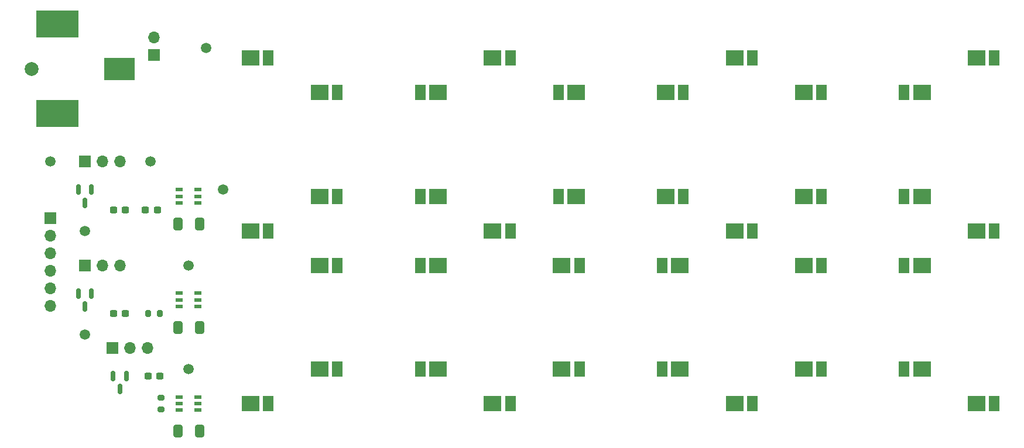
<source format=gbr>
%TF.GenerationSoftware,KiCad,Pcbnew,8.0.5*%
%TF.CreationDate,2024-10-10T20:21:21+02:00*%
%TF.ProjectId,Glasbaustein,476c6173-6261-4757-9374-65696e2e6b69,rev?*%
%TF.SameCoordinates,Original*%
%TF.FileFunction,Soldermask,Top*%
%TF.FilePolarity,Negative*%
%FSLAX46Y46*%
G04 Gerber Fmt 4.6, Leading zero omitted, Abs format (unit mm)*
G04 Created by KiCad (PCBNEW 8.0.5) date 2024-10-10 20:21:21*
%MOMM*%
%LPD*%
G01*
G04 APERTURE LIST*
G04 Aperture macros list*
%AMRoundRect*
0 Rectangle with rounded corners*
0 $1 Rounding radius*
0 $2 $3 $4 $5 $6 $7 $8 $9 X,Y pos of 4 corners*
0 Add a 4 corners polygon primitive as box body*
4,1,4,$2,$3,$4,$5,$6,$7,$8,$9,$2,$3,0*
0 Add four circle primitives for the rounded corners*
1,1,$1+$1,$2,$3*
1,1,$1+$1,$4,$5*
1,1,$1+$1,$6,$7*
1,1,$1+$1,$8,$9*
0 Add four rect primitives between the rounded corners*
20,1,$1+$1,$2,$3,$4,$5,0*
20,1,$1+$1,$4,$5,$6,$7,0*
20,1,$1+$1,$6,$7,$8,$9,0*
20,1,$1+$1,$8,$9,$2,$3,0*%
G04 Aperture macros list end*
%ADD10O,1.700000X1.700000*%
%ADD11R,1.700000X1.700000*%
%ADD12R,1.550000X2.200000*%
%ADD13R,2.500000X2.200000*%
%ADD14RoundRect,0.150000X-0.150000X0.587500X-0.150000X-0.587500X0.150000X-0.587500X0.150000X0.587500X0*%
%ADD15RoundRect,0.200000X0.200000X0.275000X-0.200000X0.275000X-0.200000X-0.275000X0.200000X-0.275000X0*%
%ADD16R,1.003300X0.558800*%
%ADD17C,1.500000*%
%ADD18RoundRect,0.237500X0.300000X0.237500X-0.300000X0.237500X-0.300000X-0.237500X0.300000X-0.237500X0*%
%ADD19RoundRect,0.250000X0.412500X0.650000X-0.412500X0.650000X-0.412500X-0.650000X0.412500X-0.650000X0*%
%ADD20R,6.197600X3.911600*%
%ADD21R,4.394200X3.302000*%
%ADD22C,2.006600*%
%ADD23RoundRect,0.200000X0.275000X-0.200000X0.275000X0.200000X-0.275000X0.200000X-0.275000X-0.200000X0*%
G04 APERTURE END LIST*
D10*
%TO.C,J6*%
X60000000Y-47000000D03*
D11*
X60000000Y-49540000D03*
%TD*%
D12*
%TO.C,D2*%
X111525000Y-50000000D03*
D13*
X108950000Y-50000000D03*
%TD*%
D12*
%TO.C,D8*%
X181525000Y-75000000D03*
D13*
X178950000Y-75000000D03*
%TD*%
D12*
%TO.C,D6*%
X111525000Y-75000000D03*
D13*
X108950000Y-75000000D03*
%TD*%
D14*
%TO.C,D15*%
X50000000Y-85937500D03*
X49050000Y-84062500D03*
X50950000Y-84062500D03*
%TD*%
D12*
%TO.C,D16*%
X86525000Y-80000000D03*
D13*
X83950000Y-80000000D03*
%TD*%
D15*
%TO.C,R3A1*%
X59175000Y-87000000D03*
X60825000Y-87000000D03*
%TD*%
D12*
%TO.C,D36*%
X156525000Y-55000000D03*
D13*
X153950000Y-55000000D03*
%TD*%
D12*
%TO.C,D1*%
X76525000Y-50000000D03*
D13*
X73950000Y-50000000D03*
%TD*%
D14*
%TO.C,D14*%
X55050000Y-97875000D03*
X54100000Y-96000000D03*
X56000000Y-96000000D03*
%TD*%
D16*
%TO.C,U2*%
X66352550Y-84049999D03*
X66352550Y-85000000D03*
X66352550Y-85950001D03*
X63647450Y-85950001D03*
X63647450Y-85000000D03*
X63647450Y-84049999D03*
%TD*%
D17*
%TO.C,GND1*%
X59500000Y-65000000D03*
%TD*%
D12*
%TO.C,D3*%
X146525000Y-50000000D03*
D13*
X143950000Y-50000000D03*
%TD*%
D12*
%TO.C,D27*%
X168475000Y-95000000D03*
D13*
X171050000Y-95000000D03*
%TD*%
D12*
%TO.C,D5*%
X76525000Y-75000000D03*
D13*
X73950000Y-75000000D03*
%TD*%
D14*
%TO.C,D13*%
X50000000Y-70937500D03*
X49050000Y-69062500D03*
X50950000Y-69062500D03*
%TD*%
D12*
%TO.C,D9*%
X76525000Y-100000000D03*
D13*
X73950000Y-100000000D03*
%TD*%
D12*
%TO.C,D29*%
X86525000Y-70000000D03*
D13*
X83950000Y-70000000D03*
%TD*%
D12*
%TO.C,D33*%
X118475000Y-70000000D03*
D13*
X121050000Y-70000000D03*
%TD*%
D18*
%TO.C,R1B1*%
X54137500Y-72000000D03*
X55862500Y-72000000D03*
%TD*%
D17*
%TO.C,LED_WW2*%
X65000000Y-80000000D03*
%TD*%
D12*
%TO.C,D26*%
X168475000Y-80000000D03*
D13*
X171050000Y-80000000D03*
%TD*%
D12*
%TO.C,D22*%
X133475000Y-80000000D03*
D13*
X136050000Y-80000000D03*
%TD*%
D17*
%TO.C,+12V1*%
X67500000Y-48500000D03*
%TD*%
D18*
%TO.C,R1A1*%
X58744795Y-72000000D03*
X60469795Y-72000000D03*
%TD*%
%TO.C,R3B1*%
X54137500Y-87000000D03*
X55862500Y-87000000D03*
%TD*%
D12*
%TO.C,D34*%
X136525000Y-55000000D03*
D13*
X133950000Y-55000000D03*
%TD*%
D12*
%TO.C,D11*%
X146525000Y-100000000D03*
D13*
X143950000Y-100000000D03*
%TD*%
D17*
%TO.C,PWM_WW2*%
X50000000Y-75000000D03*
%TD*%
D10*
%TO.C,J2*%
X45000000Y-85850000D03*
X45000000Y-83310000D03*
X45000000Y-80770000D03*
X45000000Y-78230000D03*
X45000000Y-75690000D03*
D11*
X45000000Y-73150000D03*
%TD*%
D19*
%TO.C,C1*%
X63437500Y-74000000D03*
X66562500Y-74000000D03*
%TD*%
D12*
%TO.C,D32*%
X118475000Y-55000000D03*
D13*
X121050000Y-55000000D03*
%TD*%
D12*
%TO.C,D35*%
X136525000Y-70000000D03*
D13*
X133950000Y-70000000D03*
%TD*%
D10*
%TO.C,J5*%
X55080000Y-80000000D03*
X52540000Y-80000000D03*
D11*
X50000000Y-80000000D03*
%TD*%
D10*
%TO.C,J4*%
X59080000Y-92000000D03*
X56540000Y-92000000D03*
D11*
X54000000Y-92000000D03*
%TD*%
D19*
%TO.C,C2*%
X63437500Y-89000000D03*
X66562500Y-89000000D03*
%TD*%
D12*
%TO.C,D23*%
X133475000Y-95000000D03*
D13*
X136050000Y-95000000D03*
%TD*%
D17*
%TO.C,LED_RED1+1*%
X70000000Y-69000000D03*
%TD*%
D12*
%TO.C,D17*%
X86525000Y-95000000D03*
D13*
X83950000Y-95000000D03*
%TD*%
D10*
%TO.C,J3*%
X55080000Y-65000000D03*
X52540000Y-65000000D03*
D11*
X50000000Y-65000000D03*
%TD*%
D12*
%TO.C,D18*%
X98475000Y-80000000D03*
D13*
X101050000Y-80000000D03*
%TD*%
D12*
%TO.C,D24*%
X156525000Y-80000000D03*
D13*
X153950000Y-80000000D03*
%TD*%
D12*
%TO.C,D21*%
X121525000Y-95000000D03*
D13*
X118950000Y-95000000D03*
%TD*%
D12*
%TO.C,D4*%
X181525000Y-50000000D03*
D13*
X178950000Y-50000000D03*
%TD*%
D17*
%TO.C,PWM_RED1*%
X45000000Y-65000000D03*
%TD*%
%TO.C,PWM_WW1*%
X50000000Y-90000000D03*
%TD*%
%TO.C,LED_WW1*%
X65000000Y-95000000D03*
%TD*%
D12*
%TO.C,D38*%
X168475000Y-55000000D03*
D13*
X171050000Y-55000000D03*
%TD*%
D12*
%TO.C,D25*%
X156525000Y-95000000D03*
D13*
X153950000Y-95000000D03*
%TD*%
D12*
%TO.C,D28*%
X86525000Y-55000000D03*
D13*
X83950000Y-55000000D03*
%TD*%
D12*
%TO.C,D31*%
X98475000Y-70000000D03*
D13*
X101050000Y-70000000D03*
%TD*%
D19*
%TO.C,C3*%
X63437500Y-104000000D03*
X66562500Y-104000000D03*
%TD*%
D20*
%TO.C,J1*%
X46056290Y-58000000D03*
X46056290Y-45088400D03*
D21*
X55000000Y-51544200D03*
D22*
X42252890Y-51544200D03*
%TD*%
D12*
%TO.C,D30*%
X98475000Y-55000000D03*
D13*
X101050000Y-55000000D03*
%TD*%
D12*
%TO.C,D37*%
X156525000Y-70000000D03*
D13*
X153950000Y-70000000D03*
%TD*%
D12*
%TO.C,D7*%
X146525000Y-75000000D03*
D13*
X143950000Y-75000000D03*
%TD*%
D16*
%TO.C,U1*%
X66352550Y-69049999D03*
X66352550Y-70000000D03*
X66352550Y-70950001D03*
X63647450Y-70950001D03*
X63647450Y-70000000D03*
X63647450Y-69049999D03*
%TD*%
%TO.C,U3*%
X66352550Y-99049999D03*
X66352550Y-100000000D03*
X66352550Y-100950001D03*
X63647450Y-100950001D03*
X63647450Y-100000000D03*
X63647450Y-99049999D03*
%TD*%
D12*
%TO.C,D12*%
X181525000Y-100000000D03*
D13*
X178950000Y-100000000D03*
%TD*%
D18*
%TO.C,R2B1*%
X59137500Y-96000000D03*
X60862500Y-96000000D03*
%TD*%
D12*
%TO.C,D20*%
X121525000Y-80000000D03*
D13*
X118950000Y-80000000D03*
%TD*%
D12*
%TO.C,D39*%
X168475000Y-70050000D03*
D13*
X171050000Y-70050000D03*
%TD*%
D12*
%TO.C,D10*%
X111525000Y-100000000D03*
D13*
X108950000Y-100000000D03*
%TD*%
D23*
%TO.C,R2A1*%
X61000000Y-99175000D03*
X61000000Y-100825000D03*
%TD*%
D12*
%TO.C,D19*%
X98475000Y-95000000D03*
D13*
X101050000Y-95000000D03*
%TD*%
M02*

</source>
